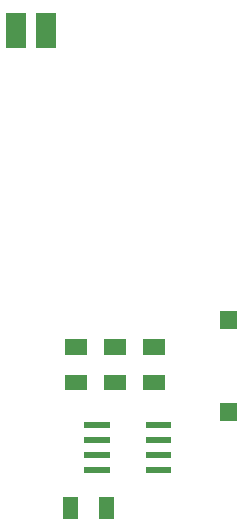
<source format=gbp>
G04 start of page 2 for group 13 layer_idx 12 *
G04 Title: (unknown), bottom_paste *
G04 Creator: pcb-rnd 3.1.4-dev *
G04 CreationDate: 2024-02-06 06:50:58 UTC *
G04 For: STEM4ukraine *
G04 Format: Gerber/RS-274X *
G04 PCB-Dimensions: 393701 393701 *
G04 PCB-Coordinate-Origin: lower left *
%MOIN*%
%FSLAX25Y25*%
%LNBOTTOM_PASTE_NONE_13*%
%ADD82C,0.0001*%
G54D82*G36*
X337205Y159645D02*Y154527D01*
X344685D01*
Y159645D01*
X337205D01*
G37*
G36*
X350197Y159645D02*Y154527D01*
X357677D01*
Y159645D01*
X350197D01*
G37*
G36*
X375984Y163189D02*Y169094D01*
X381496D01*
Y163189D01*
X375984D01*
G37*
G36*
X330677Y131984D02*X339177D01*
Y129984D01*
X330677D01*
Y131984D01*
G37*
G36*
X337205Y147835D02*Y142717D01*
X344685D01*
Y147835D01*
X337205D01*
G37*
G36*
X350197Y147835D02*Y142717D01*
X357677D01*
Y147835D01*
X350197D01*
G37*
G36*
X375984Y132480D02*Y138386D01*
X381496D01*
Y132480D01*
X375984D01*
G37*
G36*
X330677Y126984D02*X339177D01*
Y124984D01*
X330677D01*
Y126984D01*
G37*
G36*
X359677Y124984D02*X351177D01*
Y126984D01*
X359677D01*
Y124984D01*
G37*
G36*
Y129984D02*X351177D01*
Y131984D01*
X359677D01*
Y129984D01*
G37*
G36*
X330677Y121984D02*X339177D01*
Y119984D01*
X330677D01*
Y121984D01*
G37*
G36*
X359677Y119984D02*X351177D01*
Y121984D01*
X359677D01*
Y119984D01*
G37*
G36*
X331693Y154527D02*Y159645D01*
X324213D01*
Y154527D01*
X331693D01*
G37*
G36*
Y142717D02*Y147835D01*
X324213D01*
Y142717D01*
X331693D01*
G37*
G36*
X330677Y116984D02*X339177D01*
Y114984D01*
X330677D01*
Y116984D01*
G37*
G36*
X359677Y114984D02*X351177D01*
Y116984D01*
X359677D01*
Y114984D01*
G37*
G36*
X335433Y99606D02*X340551D01*
Y107086D01*
X335433D01*
Y99606D01*
G37*
G36*
X323623D02*X328741D01*
Y107086D01*
X323623D01*
Y99606D01*
G37*
G36*
X311417Y256654D02*X304528D01*
Y268465D01*
X311417D01*
Y256654D01*
G37*
G36*
X321417D02*X314528D01*
Y268465D01*
X321417D01*
Y256654D01*
G37*
M02*

</source>
